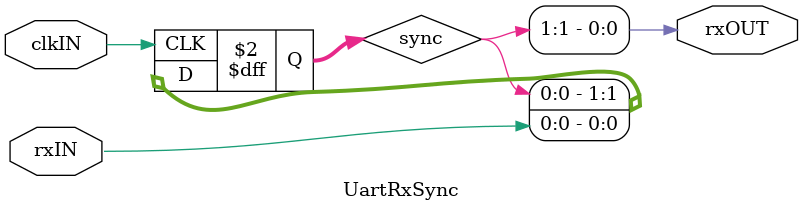
<source format=v>
module UartRxSync (
	input wire clkIN,
	input wire rxIN,
	output wire rxOUT
);

reg [1:0] sync;
assign rxOUT = sync[1];

always @ (posedge clkIN)
	sync <= { sync[0], rxIN };

endmodule
</source>
